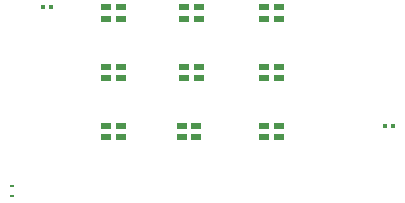
<source format=gbr>
%TF.GenerationSoftware,KiCad,Pcbnew,7.0.6*%
%TF.CreationDate,2023-07-25T20:45:17+02:00*%
%TF.ProjectId,led_strip,6c65645f-7374-4726-9970-2e6b69636164,rev?*%
%TF.SameCoordinates,Original*%
%TF.FileFunction,Paste,Top*%
%TF.FilePolarity,Positive*%
%FSLAX46Y46*%
G04 Gerber Fmt 4.6, Leading zero omitted, Abs format (unit mm)*
G04 Created by KiCad (PCBNEW 7.0.6) date 2023-07-25 20:45:17*
%MOMM*%
%LPD*%
G01*
G04 APERTURE LIST*
%ADD10R,0.858799X0.508800*%
%ADD11R,0.377800X0.355600*%
%ADD12R,0.406400X0.292100*%
G04 APERTURE END LIST*
D10*
%TO.C,U9*%
X108758798Y-45000000D03*
X108758798Y-45950000D03*
X110000000Y-45950000D03*
X110000000Y-45000000D03*
%TD*%
%TO.C,U8*%
X101758798Y-45050000D03*
X101758798Y-46000000D03*
X103000000Y-46000000D03*
X103000000Y-45050000D03*
%TD*%
%TO.C,U7*%
X95379399Y-45050000D03*
X95379399Y-46000000D03*
X96620601Y-46000000D03*
X96620601Y-45050000D03*
%TD*%
%TO.C,U6*%
X108758798Y-40000000D03*
X108758798Y-40950000D03*
X110000000Y-40950000D03*
X110000000Y-40000000D03*
%TD*%
%TO.C,U5*%
X102000000Y-40000000D03*
X102000000Y-40950000D03*
X103241202Y-40950000D03*
X103241202Y-40000000D03*
%TD*%
%TO.C,U4*%
X95358798Y-40050000D03*
X95358798Y-41000000D03*
X96600000Y-41000000D03*
X96600000Y-40050000D03*
%TD*%
%TO.C,U3*%
X108758798Y-35000000D03*
X108758798Y-35950000D03*
X110000000Y-35950000D03*
X110000000Y-35000000D03*
%TD*%
%TO.C,U2*%
X101958798Y-35000000D03*
X101958798Y-35950000D03*
X103200000Y-35950000D03*
X103200000Y-35000000D03*
%TD*%
%TO.C,U1*%
X95379399Y-35000000D03*
X95379399Y-35950000D03*
X96620601Y-35950000D03*
X96620601Y-35000000D03*
%TD*%
D11*
%TO.C,R2*%
X119000000Y-45000000D03*
X119682600Y-45000000D03*
%TD*%
%TO.C,R1*%
X90000000Y-35000000D03*
X90682600Y-35000000D03*
%TD*%
D12*
%TO.C,C1*%
X87400000Y-51000000D03*
X87400000Y-50149100D03*
%TD*%
M02*

</source>
